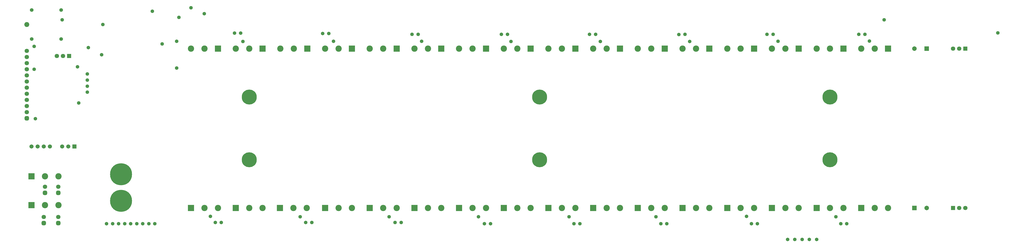
<source format=gbr>
G04*
G04 #@! TF.GenerationSoftware,Altium Limited,Altium Designer,24.1.2 (44)*
G04*
G04 Layer_Color=16711935*
%FSLAX25Y25*%
%MOIN*%
G70*
G04*
G04 #@! TF.SameCoordinates,29FF4F4E-3C6D-470F-9DA1-2895E510F6E9*
G04*
G04*
G04 #@! TF.FilePolarity,Negative*
G04*
G01*
G75*
%ADD42C,0.07099*%
G04:AMPARAMS|DCode=43|XSize=70.99mil|YSize=70.99mil|CornerRadius=19.75mil|HoleSize=0mil|Usage=FLASHONLY|Rotation=90.000|XOffset=0mil|YOffset=0mil|HoleType=Round|Shape=RoundedRectangle|*
%AMROUNDEDRECTD43*
21,1,0.07099,0.03150,0,0,90.0*
21,1,0.03150,0.07099,0,0,90.0*
1,1,0.03950,0.01575,0.01575*
1,1,0.03950,0.01575,-0.01575*
1,1,0.03950,-0.01575,-0.01575*
1,1,0.03950,-0.01575,0.01575*
%
%ADD43ROUNDEDRECTD43*%
%ADD44C,0.35800*%
%ADD45C,0.10236*%
%ADD46R,0.10236X0.10236*%
%ADD47R,0.07099X0.07099*%
%ADD48R,0.07355X0.07355*%
%ADD49C,0.07355*%
%ADD50C,0.08044*%
%ADD51C,0.05918*%
%ADD52R,0.06706X0.06706*%
%ADD53C,0.06706*%
%ADD54C,0.07099*%
%ADD55R,0.07099X0.07099*%
%ADD56C,0.05800*%
%ADD57C,0.24422*%
D42*
X895669Y416417D02*
D03*
Y367205D02*
D03*
X844488Y638110D02*
D03*
Y628110D02*
D03*
Y618110D02*
D03*
Y598110D02*
D03*
Y588110D02*
D03*
Y568110D02*
D03*
Y548110D02*
D03*
Y538110D02*
D03*
Y558110D02*
D03*
Y578110D02*
D03*
Y608110D02*
D03*
X874016Y416417D02*
D03*
X872047Y367205D02*
D03*
X893543Y629921D02*
D03*
X903543D02*
D03*
D43*
X895669Y406417D02*
D03*
Y357205D02*
D03*
X844488Y528110D02*
D03*
X874016Y406417D02*
D03*
X872047Y357205D02*
D03*
D44*
X998032Y437008D02*
D03*
Y393701D02*
D03*
D45*
X2175669Y381890D02*
D03*
X2153779D02*
D03*
X2248504D02*
D03*
X2226614D02*
D03*
X1665827D02*
D03*
X1643937D02*
D03*
X1592992D02*
D03*
X1571102D02*
D03*
X2059055Y641732D02*
D03*
X2080945D02*
D03*
X2204724D02*
D03*
X2226614D02*
D03*
X2030000Y381890D02*
D03*
X2008110D02*
D03*
X2102835D02*
D03*
X2080945D02*
D03*
X1884331D02*
D03*
X1862441D02*
D03*
X1957165D02*
D03*
X1935276D02*
D03*
X1738661D02*
D03*
X1716772D02*
D03*
X1811496D02*
D03*
X1789606D02*
D03*
X1447323D02*
D03*
X1425433D02*
D03*
X1520158D02*
D03*
X1498268D02*
D03*
X1300866Y381890D02*
D03*
X1278976D02*
D03*
X1374488Y381890D02*
D03*
X1352598D02*
D03*
X1155984D02*
D03*
X1134095D02*
D03*
X1228819D02*
D03*
X1206929D02*
D03*
X2131890Y641732D02*
D03*
X2153779D02*
D03*
X1986221D02*
D03*
X2008110D02*
D03*
X1767716D02*
D03*
X1789606D02*
D03*
X1694882D02*
D03*
X1716772D02*
D03*
X1913386D02*
D03*
X1935276D02*
D03*
X1840551D02*
D03*
X1862441D02*
D03*
X1622047D02*
D03*
X1643937D02*
D03*
X1549213D02*
D03*
X1571102D02*
D03*
X1476378D02*
D03*
X1498268D02*
D03*
X1403543D02*
D03*
X1425433D02*
D03*
X895905Y433642D02*
D03*
X874016D02*
D03*
X895905Y386398D02*
D03*
X874016D02*
D03*
X1330709Y641732D02*
D03*
X1352598D02*
D03*
X1257874Y641732D02*
D03*
X1279764D02*
D03*
X1185039Y641732D02*
D03*
X1206929D02*
D03*
X1112205D02*
D03*
X1134095D02*
D03*
D46*
X2131890Y381890D02*
D03*
X2204724D02*
D03*
X1622047D02*
D03*
X1549213D02*
D03*
X2102835Y641732D02*
D03*
X2248504D02*
D03*
X1986221Y381890D02*
D03*
X2059055D02*
D03*
X1840551D02*
D03*
X1913386D02*
D03*
X1694882D02*
D03*
X1767716D02*
D03*
X1403543D02*
D03*
X1476378D02*
D03*
X1257087Y381890D02*
D03*
X1330709Y381890D02*
D03*
X1112205D02*
D03*
X1185039D02*
D03*
X2175669Y641732D02*
D03*
X2030000D02*
D03*
X1811496D02*
D03*
X1738661D02*
D03*
X1957165D02*
D03*
X1884331D02*
D03*
X1665827D02*
D03*
X1592992D02*
D03*
X1520158D02*
D03*
X1447323D02*
D03*
X852126Y433642D02*
D03*
Y386398D02*
D03*
X1374488Y641732D02*
D03*
X1301653Y641732D02*
D03*
X1228819Y641732D02*
D03*
X1155984D02*
D03*
D47*
X913543Y629921D02*
D03*
D48*
X2291339Y381890D02*
D03*
X2311339Y641732D02*
D03*
D49*
Y381890D02*
D03*
X2291339Y641732D02*
D03*
D50*
X844488Y681102D02*
D03*
D51*
X852362Y704724D02*
D03*
Y657480D02*
D03*
X900394Y704724D02*
D03*
Y657480D02*
D03*
D52*
X921890Y482283D02*
D03*
D53*
X911890D02*
D03*
X901890D02*
D03*
X881890D02*
D03*
X871890D02*
D03*
X861890D02*
D03*
X851890D02*
D03*
D54*
X2374331Y381890D02*
D03*
X2364331D02*
D03*
X2354331Y641732D02*
D03*
X2364331D02*
D03*
D55*
X2354331Y381890D02*
D03*
X2374331Y641732D02*
D03*
D56*
X1064961Y649606D02*
D03*
X1088583Y610236D02*
D03*
X966535Y631890D02*
D03*
X929134Y553150D02*
D03*
X858268Y527559D02*
D03*
X942913Y570866D02*
D03*
X1887795Y356299D02*
D03*
X1088583Y653980D02*
D03*
X2017716Y368110D02*
D03*
X1092520Y692913D02*
D03*
X856299Y608268D02*
D03*
Y645669D02*
D03*
X1112205Y708661D02*
D03*
X1049213Y702756D02*
D03*
X901891Y689004D02*
D03*
X2163386Y367673D02*
D03*
X1870046D02*
D03*
X1728346D02*
D03*
X1580709D02*
D03*
X1435039D02*
D03*
X1290096D02*
D03*
X1143701Y368110D02*
D03*
X1196850Y653543D02*
D03*
X1344488Y653980D02*
D03*
X1488189D02*
D03*
X1633858Y653543D02*
D03*
X1779528D02*
D03*
X1925197D02*
D03*
X2068898Y653980D02*
D03*
X2217927Y654334D02*
D03*
X927165Y612205D02*
D03*
X942913Y600394D02*
D03*
X944882Y643701D02*
D03*
X968508Y681102D02*
D03*
X2242126Y688976D02*
D03*
X1133858Y698819D02*
D03*
X2131890Y330709D02*
D03*
X2120079D02*
D03*
X2108268D02*
D03*
X2096457D02*
D03*
X2084646D02*
D03*
X942913Y590551D02*
D03*
Y580709D02*
D03*
X974409Y356299D02*
D03*
X984252D02*
D03*
X994094D02*
D03*
X1003937D02*
D03*
X1013780D02*
D03*
X1023622D02*
D03*
X1033465D02*
D03*
X1043307D02*
D03*
X1053150D02*
D03*
X2427347Y667706D02*
D03*
X2171260Y356299D02*
D03*
X2025591D02*
D03*
X2035433D02*
D03*
X1877953D02*
D03*
X1736221D02*
D03*
X1746063D02*
D03*
X1590551D02*
D03*
X1600394D02*
D03*
X1444882Y358268D02*
D03*
X1454724D02*
D03*
X1299213D02*
D03*
X1309055D02*
D03*
X1161417D02*
D03*
X1151575D02*
D03*
X2181102Y356299D02*
D03*
X2200787Y665354D02*
D03*
X2061024D02*
D03*
X1917323D02*
D03*
X1771654D02*
D03*
X1627953D02*
D03*
X1482283D02*
D03*
X1192913Y667323D02*
D03*
X1618110Y665354D02*
D03*
X1183071Y667323D02*
D03*
X1326772Y666535D02*
D03*
X1336614D02*
D03*
X1472441Y665354D02*
D03*
X1761811D02*
D03*
X1907480Y664961D02*
D03*
X2051181Y665354D02*
D03*
X2210630D02*
D03*
D57*
X1680354Y460630D02*
D03*
Y562992D02*
D03*
X1206929D02*
D03*
Y460630D02*
D03*
X2153779D02*
D03*
Y562992D02*
D03*
M02*

</source>
